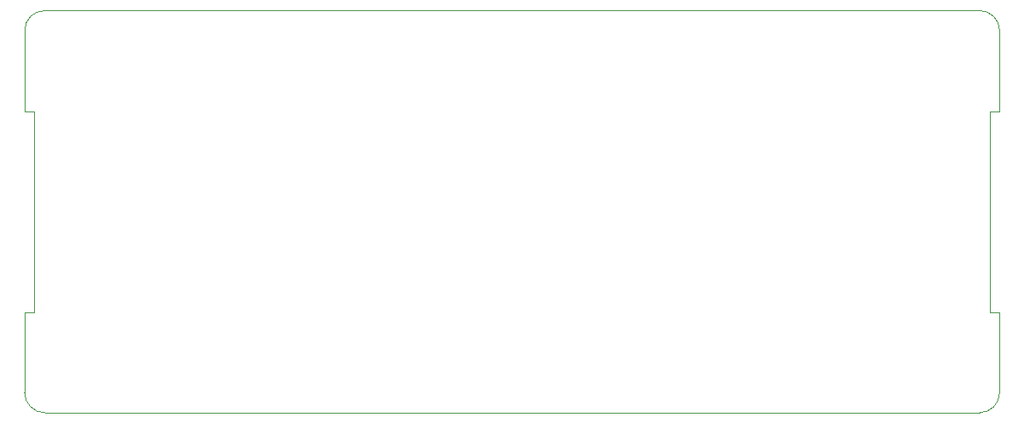
<source format=gko>
G04*
G04 #@! TF.GenerationSoftware,Altium Limited,Altium Designer,23.0.1 (38)*
G04*
G04 Layer_Color=16711935*
%FSLAX25Y25*%
%MOIN*%
G70*
G04*
G04 #@! TF.SameCoordinates,FEFC64D0-FB10-4D50-9D40-DAED1BB74A73*
G04*
G04*
G04 #@! TF.FilePolarity,Positive*
G04*
G01*
G75*
%ADD13C,0.00200*%
D13*
X99933Y107610D02*
G03*
X107807Y99736I7874J0D01*
G01*
X473555D02*
G03*
X481429Y107610I0J7874D01*
G01*
X481429Y249342D02*
G03*
X473555Y257217I-7874J0D01*
G01*
X107807Y257217D02*
G03*
X99933Y249342I0J-7874D01*
G01*
X107807Y99736D02*
X473555D01*
X481429Y107610D02*
Y139106D01*
X477689D02*
X481429D01*
X477689D02*
Y217846D01*
X481429D01*
Y249342D01*
X107807Y257217D02*
X473555Y257217D01*
X99933Y217846D02*
Y249342D01*
Y217846D02*
X103673D01*
Y139106D02*
Y217846D01*
X99933Y139106D02*
X103673D01*
X99933Y107610D02*
Y139106D01*
M02*

</source>
